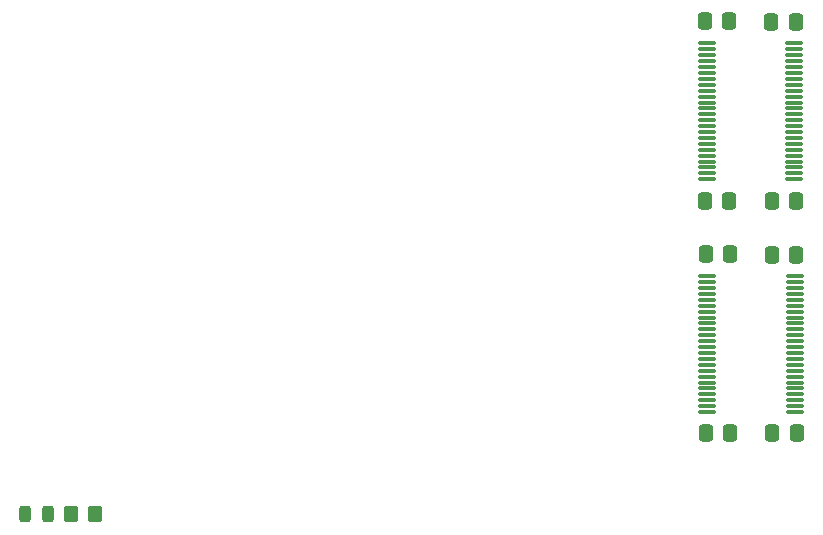
<source format=gtp>
%TF.GenerationSoftware,KiCad,Pcbnew,6.0.9*%
%TF.CreationDate,2022-12-08T19:51:44-08:00*%
%TF.ProjectId,i960SxProcessorMegaShieldFormFactor,69393630-5378-4507-926f-636573736f72,rev?*%
%TF.SameCoordinates,Original*%
%TF.FileFunction,Paste,Top*%
%TF.FilePolarity,Positive*%
%FSLAX46Y46*%
G04 Gerber Fmt 4.6, Leading zero omitted, Abs format (unit mm)*
G04 Created by KiCad (PCBNEW 6.0.9) date 2022-12-08 19:51:44*
%MOMM*%
%LPD*%
G01*
G04 APERTURE LIST*
G04 Aperture macros list*
%AMRoundRect*
0 Rectangle with rounded corners*
0 $1 Rounding radius*
0 $2 $3 $4 $5 $6 $7 $8 $9 X,Y pos of 4 corners*
0 Add a 4 corners polygon primitive as box body*
4,1,4,$2,$3,$4,$5,$6,$7,$8,$9,$2,$3,0*
0 Add four circle primitives for the rounded corners*
1,1,$1+$1,$2,$3*
1,1,$1+$1,$4,$5*
1,1,$1+$1,$6,$7*
1,1,$1+$1,$8,$9*
0 Add four rect primitives between the rounded corners*
20,1,$1+$1,$2,$3,$4,$5,0*
20,1,$1+$1,$4,$5,$6,$7,0*
20,1,$1+$1,$6,$7,$8,$9,0*
20,1,$1+$1,$8,$9,$2,$3,0*%
G04 Aperture macros list end*
%ADD10RoundRect,0.243750X-0.243750X-0.456250X0.243750X-0.456250X0.243750X0.456250X-0.243750X0.456250X0*%
%ADD11RoundRect,0.250000X-0.350000X-0.450000X0.350000X-0.450000X0.350000X0.450000X-0.350000X0.450000X0*%
%ADD12RoundRect,0.250000X0.337500X0.475000X-0.337500X0.475000X-0.337500X-0.475000X0.337500X-0.475000X0*%
%ADD13RoundRect,0.250000X-0.337500X-0.475000X0.337500X-0.475000X0.337500X0.475000X-0.337500X0.475000X0*%
%ADD14RoundRect,0.075000X0.662500X0.075000X-0.662500X0.075000X-0.662500X-0.075000X0.662500X-0.075000X0*%
G04 APERTURE END LIST*
D10*
X122351560Y-118976140D03*
X124226560Y-118976140D03*
D11*
X126220980Y-118963440D03*
X128220980Y-118963440D03*
D12*
X187621800Y-97016000D03*
X185546800Y-97016000D03*
D13*
X179861300Y-77266800D03*
X181936300Y-77266800D03*
D12*
X187672600Y-112154400D03*
X185597600Y-112154400D03*
X187625900Y-92506800D03*
X185550900Y-92506800D03*
X187575100Y-77317600D03*
X185500100Y-77317600D03*
D14*
X187506900Y-110347200D03*
X187506900Y-109847200D03*
X187506900Y-109347200D03*
X187506900Y-108847200D03*
X187506900Y-108347200D03*
X187506900Y-107847200D03*
X187506900Y-107347200D03*
X187506900Y-106847200D03*
X187506900Y-106347200D03*
X187506900Y-105847200D03*
X187506900Y-105347200D03*
X187506900Y-104847200D03*
X187506900Y-104347200D03*
X187506900Y-103847200D03*
X187506900Y-103347200D03*
X187506900Y-102847200D03*
X187506900Y-102347200D03*
X187506900Y-101847200D03*
X187506900Y-101347200D03*
X187506900Y-100847200D03*
X187506900Y-100347200D03*
X187506900Y-99847200D03*
X187506900Y-99347200D03*
X187506900Y-98847200D03*
X180081900Y-98847200D03*
X180081900Y-99347200D03*
X180081900Y-99847200D03*
X180081900Y-100347200D03*
X180081900Y-100847200D03*
X180081900Y-101347200D03*
X180081900Y-101847200D03*
X180081900Y-102347200D03*
X180081900Y-102847200D03*
X180081900Y-103347200D03*
X180081900Y-103847200D03*
X180081900Y-104347200D03*
X180081900Y-104847200D03*
X180081900Y-105347200D03*
X180081900Y-105847200D03*
X180081900Y-106347200D03*
X180081900Y-106847200D03*
X180081900Y-107347200D03*
X180081900Y-107847200D03*
X180081900Y-108347200D03*
X180081900Y-108847200D03*
X180081900Y-109347200D03*
X180081900Y-109847200D03*
X180081900Y-110347200D03*
D13*
X179958800Y-112154400D03*
X182033800Y-112154400D03*
X179861300Y-92506800D03*
X181936300Y-92506800D03*
D14*
X180031100Y-90636800D03*
X180031100Y-90136800D03*
X180031100Y-89636800D03*
X180031100Y-89136800D03*
X180031100Y-88636800D03*
X180031100Y-88136800D03*
X180031100Y-87636800D03*
X180031100Y-87136800D03*
X180031100Y-86636800D03*
X180031100Y-86136800D03*
X180031100Y-85636800D03*
X180031100Y-85136800D03*
X180031100Y-84636800D03*
X180031100Y-84136800D03*
X180031100Y-83636800D03*
X180031100Y-83136800D03*
X180031100Y-82636800D03*
X180031100Y-82136800D03*
X180031100Y-81636800D03*
X180031100Y-81136800D03*
X180031100Y-80636800D03*
X180031100Y-80136800D03*
X180031100Y-79636800D03*
X180031100Y-79136800D03*
X187456100Y-79136800D03*
X187456100Y-79636800D03*
X187456100Y-80136800D03*
X187456100Y-80636800D03*
X187456100Y-81136800D03*
X187456100Y-81636800D03*
X187456100Y-82136800D03*
X187456100Y-82636800D03*
X187456100Y-83136800D03*
X187456100Y-83636800D03*
X187456100Y-84136800D03*
X187456100Y-84636800D03*
X187456100Y-85136800D03*
X187456100Y-85636800D03*
X187456100Y-86136800D03*
X187456100Y-86636800D03*
X187456100Y-87136800D03*
X187456100Y-87636800D03*
X187456100Y-88136800D03*
X187456100Y-88636800D03*
X187456100Y-89136800D03*
X187456100Y-89636800D03*
X187456100Y-90136800D03*
X187456100Y-90636800D03*
D13*
X179958800Y-96965200D03*
X182033800Y-96965200D03*
M02*

</source>
